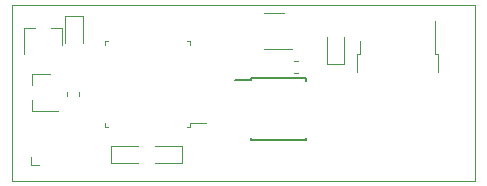
<source format=gto>
G04 #@! TF.GenerationSoftware,KiCad,Pcbnew,(5.99.0-9294-gd3cf97847e)*
G04 #@! TF.CreationDate,2021-03-10T21:33:55+02:00*
G04 #@! TF.ProjectId,hellen1-wbo,68656c6c-656e-4312-9d77-626f2e6b6963,rev?*
G04 #@! TF.SameCoordinates,Original*
G04 #@! TF.FileFunction,Legend,Top*
G04 #@! TF.FilePolarity,Positive*
%FSLAX46Y46*%
G04 Gerber Fmt 4.6, Leading zero omitted, Abs format (unit mm)*
G04 Created by KiCad (PCBNEW (5.99.0-9294-gd3cf97847e)) date 2021-03-10 21:33:55*
%MOMM*%
%LPD*%
G01*
G04 APERTURE LIST*
%ADD10C,0.120000*%
%ADD11C,0.150000*%
G04 APERTURE END LIST*
D10*
G04 #@! TO.C,C616*
X83435000Y-87437221D02*
X83435000Y-87762779D01*
X82415000Y-87437221D02*
X82415000Y-87762779D01*
G04 #@! TO.C,R609*
X101691221Y-85854000D02*
X102016779Y-85854000D01*
X101691221Y-84834000D02*
X102016779Y-84834000D01*
G04 #@! TO.C,U604*
X79498000Y-85867600D02*
X79498000Y-86797600D01*
X79498000Y-89027600D02*
X81658000Y-89027600D01*
X79498000Y-89027600D02*
X79498000Y-88097600D01*
X79498000Y-85867600D02*
X80958000Y-85867600D01*
D11*
G04 #@! TO.C,U600*
X98005000Y-91525000D02*
X98005000Y-91300000D01*
X98005000Y-86275000D02*
X102655000Y-86275000D01*
X102655000Y-91525000D02*
X102655000Y-91300000D01*
X102655000Y-86275000D02*
X102655000Y-86500000D01*
X98005000Y-91525000D02*
X102655000Y-91525000D01*
X98005000Y-86275000D02*
X98005000Y-86400000D01*
X98005000Y-86400000D02*
X96655000Y-86400000D01*
D10*
G04 #@! TO.C,Q600*
X107220000Y-84205000D02*
X107220000Y-83105000D01*
X113850000Y-85705000D02*
X113850000Y-84205000D01*
X106950000Y-84205000D02*
X107220000Y-84205000D01*
X106950000Y-85705000D02*
X106950000Y-84205000D01*
X113580000Y-84205000D02*
X113580000Y-81375000D01*
X113850000Y-84205000D02*
X113580000Y-84205000D01*
G04 #@! TO.C,D601*
X89878000Y-93445000D02*
X92163000Y-93445000D01*
X92163000Y-93445000D02*
X92163000Y-91975000D01*
X92163000Y-91975000D02*
X89878000Y-91975000D01*
G04 #@! TO.C,U601*
X100830000Y-80740000D02*
X99070000Y-80740000D01*
X99070000Y-83810000D02*
X101500000Y-83810000D01*
G04 #@! TO.C,D600*
X104421000Y-82766000D02*
X104421000Y-85051000D01*
X105891000Y-85051000D02*
X105891000Y-82766000D01*
X104421000Y-85051000D02*
X105891000Y-85051000D01*
G04 #@! TO.C,D602*
X86145000Y-91975000D02*
X86145000Y-93445000D01*
X88430000Y-91975000D02*
X86145000Y-91975000D01*
X86145000Y-93445000D02*
X88430000Y-93445000D01*
G04 #@! TO.C,U602*
X92860000Y-83140000D02*
X92860000Y-83440000D01*
X85640000Y-90360000D02*
X85640000Y-90060000D01*
X85940000Y-90360000D02*
X85640000Y-90360000D01*
X92860000Y-90060000D02*
X94175000Y-90060000D01*
X92560000Y-90360000D02*
X92860000Y-90360000D01*
X92860000Y-90360000D02*
X92860000Y-90060000D01*
X85640000Y-83140000D02*
X85640000Y-83440000D01*
X92560000Y-83140000D02*
X92860000Y-83140000D01*
X85940000Y-83140000D02*
X85640000Y-83140000D01*
G04 #@! TO.C,U603*
X78805000Y-82014000D02*
X78805000Y-84174000D01*
X81965000Y-82014000D02*
X81035000Y-82014000D01*
X81965000Y-82014000D02*
X81965000Y-83474000D01*
X78805000Y-82014000D02*
X79735000Y-82014000D01*
G04 #@! TO.C,D603*
X82282550Y-80995050D02*
X82282550Y-83280050D01*
X83752550Y-80995050D02*
X82282550Y-80995050D01*
X83752550Y-83280050D02*
X83752550Y-80995050D01*
G04 #@! TO.C,M600*
X116950000Y-80050000D02*
X77800000Y-80050000D01*
X77800000Y-80050000D02*
X77800000Y-94950000D01*
X77800000Y-94950000D02*
X116950000Y-94950000D01*
X116950000Y-94950000D02*
X116950000Y-80050000D01*
G04 #@! TO.C,J600*
X80030000Y-93570000D02*
X79395000Y-93570000D01*
X79395000Y-93570000D02*
X79395000Y-92935000D01*
G04 #@! TD*
M02*

</source>
